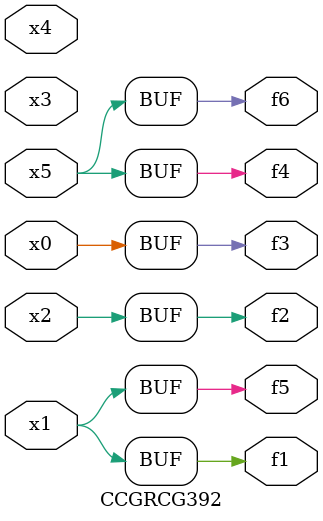
<source format=v>
module CCGRCG392(
	input x0, x1, x2, x3, x4, x5,
	output f1, f2, f3, f4, f5, f6
);
	assign f1 = x1;
	assign f2 = x2;
	assign f3 = x0;
	assign f4 = x5;
	assign f5 = x1;
	assign f6 = x5;
endmodule

</source>
